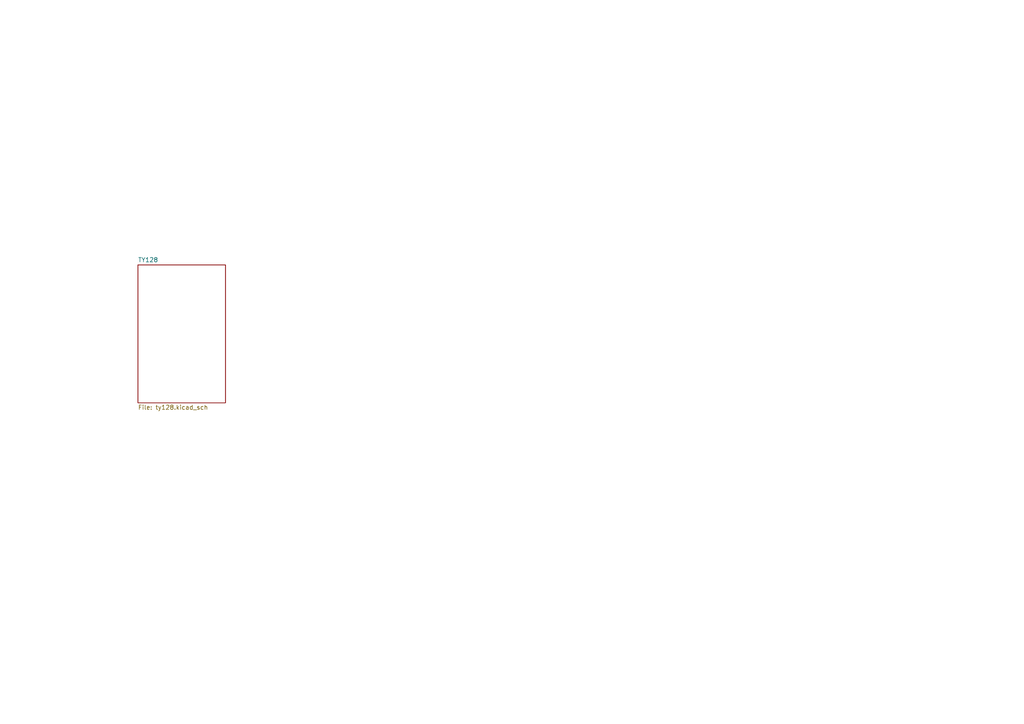
<source format=kicad_sch>
(kicad_sch (version 20211123) (generator eeschema)
  (paper "A4")
  (lib_symbols)
  (sheet (at 40.005 76.835) (size 25.4 40.005) (stroke (width 0.1524))
    (property "Sheet name" "TY128" (at 40.005 76.1234 0) (effects (justify left bottom)))
    (property "Sheet file" "ty128.kicad_sch" (at 40.005 117.4246 0) (effects (justify left top)))
  )
)
</source>
